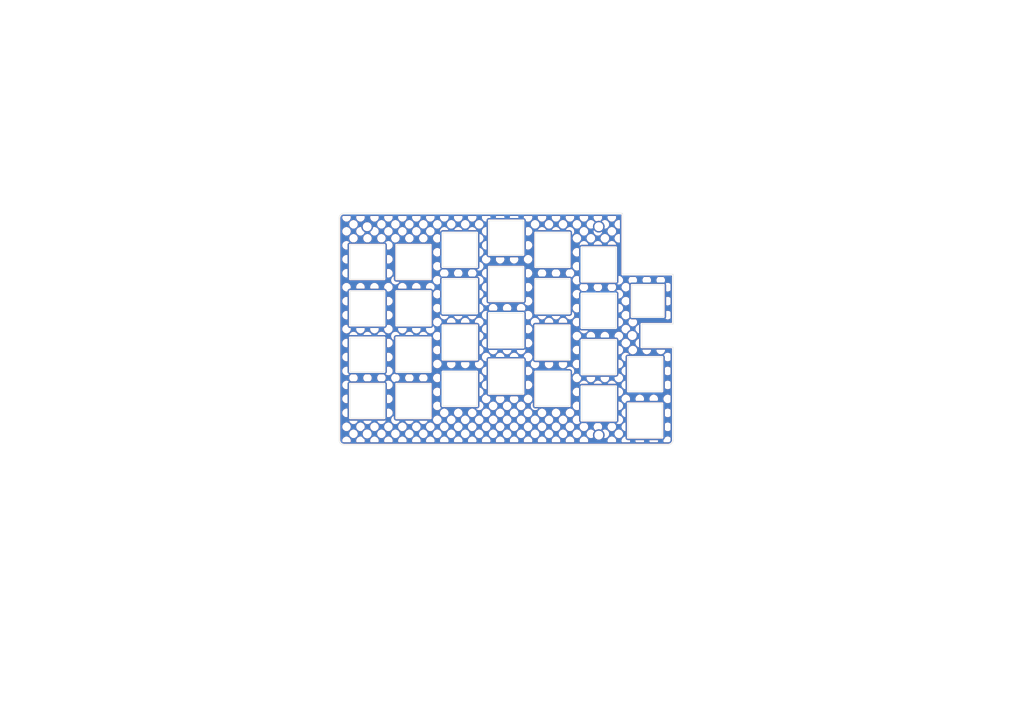
<source format=kicad_pcb>
(kicad_pcb (version 20241229) (generator "pcbnew") (generator_version "9.0")
  (title_block (title "niu_plate") (date "2025-12-14") (rev "v1.0.0") (company "Unknown"))
  (layers (0 "F.Cu" signal) (2 "B.Cu" signal) (13 "F.Paste" user) (15 "B.Paste" user) (5 "F.SilkS" user "F.Silkscreen") (7 "B.SilkS" user "B.Silkscreen") (1 "F.Mask" user) (3 "B.Mask" user) (25 "Edge.Cuts" user))
  (net 0 "")
  (net 1 "GND")
  (footprint "ceoloide:mounting_hole_npth" (layer "F.Cu") (at 150.59 92.97)
    (property "Reference" "MH1" (hide yes))
    (property "Value" "")
    (pad "" np_thru_hole circle (at 0 0) (size 3.2 3.2) (drill 3.2) (layers "*.Cu" "*.Mask"))
  )
  (footprint "ceoloide:mounting_hole_npth" (layer "F.Cu") (at 150.59 177.97)
    (property "Reference" "MH2" (hide yes))
    (property "Value" "")
    (pad "" np_thru_hole circle (at 0 0) (size 3.2 3.2) (drill 3.2) (layers "*.Cu" "*.Mask"))
  )
  (footprint "ceoloide:mounting_hole_npth" (layer "F.Cu") (at 245.59 178.47)
    (property "Reference" "MH3" (hide yes))
    (property "Value" "")
    (pad "" np_thru_hole circle (at 0 0) (size 3.2 3.2) (drill 3.2) (layers "*.Cu" "*.Mask"))
  )
  (footprint "ceoloide:mounting_hole_npth" (layer "F.Cu") (at 259.32 137.61)
    (property "Reference" "MH5" (hide yes))
    (property "Value" "")
    (pad "" np_thru_hole circle (at 0 0) (size 3.2 3.2) (drill 3.2) (layers "*.Cu" "*.Mask"))
  )
  (footprint "ceoloide:mounting_hole_npth" (layer "F.Cu") (at 245.59 92.97)
    (property "Reference" "MH4" (hide yes))
    (property "Value" "")
    (pad "" np_thru_hole circle (at 0 0) (size 3.2 3.2) (drill 3.2) (layers "*.Cu" "*.Mask"))
  )
  (gr_line (start 143.59 171.47) (end 157.59 171.47) (stroke (width 0.15)) (layer "Edge.Cuts"))
  (gr_line (start 276.09 132.91) (end 276.09 112.52) (stroke (width 0.15)) (layer "Edge.Cuts"))
  (gr_line (start 214.59 109.47) (end 200.59 109.47) (stroke (width 0.15)) (layer "Edge.Cuts"))
  (gr_line (start 200.59 142.47) (end 214.59 142.47) (stroke (width 0.15)) (layer "Edge.Cuts"))
  (gr_line (start 214.59 147.47) (end 200.59 147.47) (stroke (width 0.15)) (layer "Edge.Cuts"))
  (gr_line (start 162.59 157.47) (end 162.59 171.47) (stroke (width 0.15)) (layer "Edge.Cuts"))
  (gr_line (start 219.59 133.47) (end 219.59 147.47) (stroke (width 0.15)) (layer "Edge.Cuts"))
  (gr_line (start 271.59 179.47) (end 271.59 165.47) (stroke (width 0.15)) (layer "Edge.Cuts"))
  (gr_line (start 200.59 90.47) (end 200.59 104.47) (stroke (width 0.15)) (layer "Edge.Cuts"))
  (gr_arc (start 141.09 182.47) (mid 139.675786 181.884214) (end 139.09 180.47) (stroke (width 0.15)) (layer "Edge.Cuts"))
  (gr_line (start 252.59 115.47) (end 252.59 101.47) (stroke (width 0.15)) (layer "Edge.Cuts"))
  (gr_line (start 195.59 114.47) (end 181.59 114.47) (stroke (width 0.15)) (layer "Edge.Cuts"))
  (gr_line (start 214.59 104.47) (end 214.59 90.47) (stroke (width 0.15)) (layer "Edge.Cuts"))
  (gr_line (start 176.59 152.47) (end 176.59 138.47) (stroke (width 0.15)) (layer "Edge.Cuts"))
  (gr_line (start 233.59 114.47) (end 219.59 114.47) (stroke (width 0.15)) (layer "Edge.Cuts"))
  (gr_line (start 200.59 128.47) (end 200.59 142.47) (stroke (width 0.15)) (layer "Edge.Cuts"))
  (gr_line (start 219.59 166.47) (end 233.59 166.47) (stroke (width 0.15)) (layer "Edge.Cuts"))
  (gr_line (start 195.59 128.47) (end 195.59 114.47) (stroke (width 0.15)) (layer "Edge.Cuts"))
  (gr_line (start 238.59 153.47) (end 252.59 153.47) (stroke (width 0.15)) (layer "Edge.Cuts"))
  (gr_line (start 157.59 114.47) (end 157.59 100.47) (stroke (width 0.15)) (layer "Edge.Cuts"))
  (gr_line (start 252.59 134.47) (end 252.59 120.47) (stroke (width 0.15)) (layer "Edge.Cuts"))
  (gr_line (start 238.59 101.47) (end 238.59 115.47) (stroke (width 0.15)) (layer "Edge.Cuts"))
  (gr_line (start 162.59 152.47) (end 176.59 152.47) (stroke (width 0.15)) (layer "Edge.Cuts"))
  (gr_line (start 255.32 87.47) (end 255.32 112.52) (stroke (width 0.15)) (layer "Edge.Cuts"))
  (gr_line (start 157.59 157.47) (end 143.59 157.47) (stroke (width 0.15)) (layer "Edge.Cuts"))
  (gr_line (start 271.59 165.47) (end 257.59 165.47) (stroke (width 0.15)) (layer "Edge.Cuts"))
  (gr_line (start 195.59 152.47) (end 181.59 152.47) (stroke (width 0.15)) (layer "Edge.Cuts"))
  (gr_line (start 143.59 157.47) (end 143.59 171.47) (stroke (width 0.15)) (layer "Edge.Cuts"))
  (gr_line (start 157.59 138.47) (end 143.59 138.47) (stroke (width 0.15)) (layer "Edge.Cuts"))
  (gr_line (start 195.59 95.47) (end 181.59 95.47) (stroke (width 0.15)) (layer "Edge.Cuts"))
  (gr_line (start 200.59 109.47) (end 200.59 123.47) (stroke (width 0.15)) (layer "Edge.Cuts"))
  (gr_line (start 157.59 133.47) (end 157.59 119.47) (stroke (width 0.15)) (layer "Edge.Cuts"))
  (gr_line (start 257.59 179.47) (end 271.59 179.47) (stroke (width 0.15)) (layer "Edge.Cuts"))
  (gr_line (start 181.59 114.47) (end 181.59 128.47) (stroke (width 0.15)) (layer "Edge.Cuts"))
  (gr_line (start 219.59 95.47) (end 219.59 109.47) (stroke (width 0.15)) (layer "Edge.Cuts"))
  (gr_line (start 233.59 166.47) (end 233.59 152.47) (stroke (width 0.15)) (layer "Edge.Cuts"))
  (gr_line (start 257.59 146.47) (end 257.59 160.47) (stroke (width 0.15)) (layer "Edge.Cuts"))
  (gr_line (start 219.59 147.47) (end 233.59 147.47) (stroke (width 0.15)) (layer "Edge.Cuts"))
  (gr_line (start 139.09 89.47) (end 139.09 180.47) (stroke (width 0.15)) (layer "Edge.Cuts"))
  (gr_line (start 181.59 133.47) (end 181.59 147.47) (stroke (width 0.15)) (layer "Edge.Cuts"))
  (gr_line (start 276.09 132.91) (end 263.17 132.91) (stroke (width 0.15)) (layer "Edge.Cuts"))
  (gr_line (start 252.59 101.47) (end 238.59 101.47) (stroke (width 0.15)) (layer "Edge.Cuts"))
  (gr_line (start 219.59 109.47) (end 233.59 109.47) (stroke (width 0.15)) (layer "Edge.Cuts"))
  (gr_line (start 271.59 160.47) (end 271.59 146.47) (stroke (width 0.15)) (layer "Edge.Cuts"))
  (gr_line (start 263.17 132.91) (end 263.17 142.35) (stroke (width 0.15)) (layer "Edge.Cuts"))
  (gr_line (start 263.17 142.35) (end 276.09 142.35) (stroke (width 0.15)) (layer "Edge.Cuts"))
  (gr_line (start 214.59 161.47) (end 214.59 147.47) (stroke (width 0.15)) (layer "Edge.Cuts"))
  (gr_line (start 176.59 157.47) (end 162.59 157.47) (stroke (width 0.15)) (layer "Edge.Cuts"))
  (gr_line (start 252.59 158.47) (end 238.59 158.47) (stroke (width 0.15)) (layer "Edge.Cuts"))
  (gr_line (start 143.59 133.47) (end 157.59 133.47) (stroke (width 0.15)) (layer "Edge.Cuts"))
  (gr_line (start 238.59 120.47) (end 238.59 134.47) (stroke (width 0.15)) (layer "Edge.Cuts"))
  (gr_line (start 252.59 120.47) (end 238.59 120.47) (stroke (width 0.15)) (layer "Edge.Cuts"))
  (gr_line (start 200.59 123.47) (end 214.59 123.47) (stroke (width 0.15)) (layer "Edge.Cuts"))
  (gr_line (start 162.59 100.47) (end 162.59 114.47) (stroke (width 0.15)) (layer "Edge.Cuts"))
  (gr_line (start 200.59 161.47) (end 214.59 161.47) (stroke (width 0.15)) (layer "Edge.Cuts"))
  (gr_line (start 219.59 128.47) (end 233.59 128.47) (stroke (width 0.15)) (layer "Edge.Cuts"))
  (gr_line (start 181.59 166.47) (end 195.59 166.47) (stroke (width 0.15)) (layer "Edge.Cuts"))
  (gr_line (start 143.59 138.47) (end 143.59 152.47) (stroke (width 0.15)) (layer "Edge.Cuts"))
  (gr_line (start 181.59 147.47) (end 195.59 147.47) (stroke (width 0.15)) (layer "Edge.Cuts"))
  (gr_line (start 257.59 160.47) (end 271.59 160.47) (stroke (width 0.15)) (layer "Edge.Cuts"))
  (gr_line (start 195.59 166.47) (end 195.59 152.47) (stroke (width 0.15)) (layer "Edge.Cuts"))
  (gr_line (start 195.59 147.47) (end 195.59 133.47) (stroke (width 0.15)) (layer "Edge.Cuts"))
  (gr_arc (start 276.09 180.47) (mid 275.504214 181.884214) (end 274.09 182.47) (stroke (width 0.15)) (layer "Edge.Cuts"))
  (gr_line (start 162.59 119.47) (end 162.59 133.47) (stroke (width 0.15)) (layer "Edge.Cuts"))
  (gr_line (start 233.59 152.47) (end 219.59 152.47) (stroke (width 0.15)) (layer "Edge.Cuts"))
  (gr_line (start 157.59 100.47) (end 143.59 100.47) (stroke (width 0.15)) (layer "Edge.Cuts"))
  (gr_line (start 259.16 129.91) (end 272.16 129.91) (stroke (width 0.15)) (layer "Edge.Cuts"))
  (gr_line (start 176.59 114.47) (end 176.59 100.47) (stroke (width 0.15)) (layer "Edge.Cuts"))
  (gr_line (start 219.59 114.47) (end 219.59 128.47) (stroke (width 0.15)) (layer "Edge.Cuts"))
  (gr_line (start 143.59 152.47) (end 157.59 152.47) (stroke (width 0.15)) (layer "Edge.Cuts"))
  (gr_line (start 238.59 139.47) (end 238.59 153.47) (stroke (width 0.15)) (layer "Edge.Cuts"))
  (gr_line (start 233.59 147.47) (end 233.59 133.47) (stroke (width 0.15)) (layer "Edge.Cuts"))
  (gr_line (start 233.59 128.47) (end 233.59 114.47) (stroke (width 0.15)) (layer "Edge.Cuts"))
  (gr_line (start 276.09 180.47) (end 276.09 142.35) (stroke (width 0.15)) (layer "Edge.Cuts"))
  (gr_line (start 200.59 147.47) (end 200.59 161.47) (stroke (width 0.15)) (layer "Edge.Cuts"))
  (gr_line (start 214.59 128.47) (end 200.59 128.47) (stroke (width 0.15)) (layer "Edge.Cuts"))
  (gr_line (start 162.59 114.47) (end 176.59 114.47) (stroke (width 0.15)) (layer "Edge.Cuts"))
  (gr_line (start 181.59 95.47) (end 181.59 109.47) (stroke (width 0.15)) (layer "Edge.Cuts"))
  (gr_line (start 162.59 133.47) (end 176.59 133.47) (stroke (width 0.15)) (layer "Edge.Cuts"))
  (gr_line (start 181.59 128.47) (end 195.59 128.47) (stroke (width 0.15)) (layer "Edge.Cuts"))
  (gr_line (start 200.59 104.47) (end 214.59 104.47) (stroke (width 0.15)) (layer "Edge.Cuts"))
  (gr_line (start 271.59 146.47) (end 257.59 146.47) (stroke (width 0.15)) (layer "Edge.Cuts"))
  (gr_line (start 238.59 158.47) (end 238.59 172.47) (stroke (width 0.15)) (layer "Edge.Cuts"))
  (gr_line (start 176.59 100.47) (end 162.59 100.47) (stroke (width 0.15)) (layer "Edge.Cuts"))
  (gr_line (start 233.59 95.47) (end 219.59 95.47) (stroke (width 0.15)) (layer "Edge.Cuts"))
  (gr_line (start 233.59 133.47) (end 219.59 133.47) (stroke (width 0.15)) (layer "Edge.Cuts"))
  (gr_line (start 162.59 138.47) (end 162.59 152.47) (stroke (width 0.15)) (layer "Edge.Cuts"))
  (gr_line (start 214.59 123.47) (end 214.59 109.47) (stroke (width 0.15)) (layer "Edge.Cuts"))
  (gr_line (start 219.59 152.47) (end 219.59 166.47) (stroke (width 0.15)) (layer "Edge.Cuts"))
  (gr_line (start 176.59 138.47) (end 162.59 138.47) (stroke (width 0.15)) (layer "Edge.Cuts"))
  (gr_line (start 141.09 182.47) (end 274.09 182.47) (stroke (width 0.15)) (layer "Edge.Cuts"))
  (gr_line (start 257.59 165.47) (end 257.59 179.47) (stroke (width 0.15)) (layer "Edge.Cuts"))
  (gr_line (start 181.59 152.47) (end 181.59 166.47) (stroke (width 0.15)) (layer "Edge.Cuts"))
  (gr_line (start 272.16 129.91) (end 272.16 116.91) (stroke (width 0.15)) (layer "Edge.Cuts"))
  (gr_line (start 176.59 171.47) (end 176.59 157.47) (stroke (width 0.15)) (layer "Edge.Cuts"))
  (gr_line (start 272.16 116.91) (end 259.16 116.91) (stroke (width 0.15)) (layer "Edge.Cuts"))
  (gr_line (start 195.59 133.47) (end 181.59 133.47) (stroke (width 0.15)) (layer "Edge.Cuts"))
  (gr_line (start 176.59 133.47) (end 176.59 119.47) (stroke (width 0.15)) (layer "Edge.Cuts"))
  (gr_line (start 214.59 90.47) (end 200.59 90.47) (stroke (width 0.15)) (layer "Edge.Cuts"))
  (gr_line (start 252.59 153.47) (end 252.59 139.47) (stroke (width 0.15)) (layer "Edge.Cuts"))
  (gr_line (start 238.59 172.47) (end 252.59 172.47) (stroke (width 0.15)) (layer "Edge.Cuts"))
  (gr_line (start 143.59 100.47) (end 143.59 114.47) (stroke (width 0.15)) (layer "Edge.Cuts"))
  (gr_line (start 252.59 172.47) (end 252.59 158.47) (stroke (width 0.15)) (layer "Edge.Cuts"))
  (gr_line (start 195.59 109.47) (end 195.59 95.47) (stroke (width 0.15)) (layer "Edge.Cuts"))
  (gr_line (start 143.59 119.47) (end 143.59 133.47) (stroke (width 0.15)) (layer "Edge.Cuts"))
  (gr_line (start 255.32 112.52) (end 276.09 112.52) (stroke (width 0.15)) (layer "Edge.Cuts"))
  (gr_line (start 252.59 139.47) (end 238.59 139.47) (stroke (width 0.15)) (layer "Edge.Cuts"))
  (gr_line (start 157.59 171.47) (end 157.59 157.47) (stroke (width 0.15)) (layer "Edge.Cuts"))
  (gr_line (start 255.32 87.47) (end 141.09 87.47) (stroke (width 0.15)) (layer "Edge.Cuts"))
  (gr_line (start 143.59 114.47) (end 157.59 114.47) (stroke (width 0.15)) (layer "Edge.Cuts"))
  (gr_line (start 238.59 134.47) (end 252.59 134.47) (stroke (width 0.15)) (layer "Edge.Cuts"))
  (gr_line (start 259.16 116.91) (end 259.16 129.91) (stroke (width 0.15)) (layer "Edge.Cuts"))
  (gr_line (start 233.59 109.47) (end 233.59 95.47) (stroke (width 0.15)) (layer "Edge.Cuts"))
  (gr_line (start 214.59 142.47) (end 214.59 128.47) (stroke (width 0.15)) (layer "Edge.Cuts"))
  (gr_line (start 157.59 119.47) (end 143.59 119.47) (stroke (width 0.15)) (layer "Edge.Cuts"))
  (gr_arc (start 139.09 89.47) (mid 139.675786 88.055786) (end 141.09 87.47) (stroke (width 0.15)) (layer "Edge.Cuts"))
  (gr_line (start 181.59 109.47) (end 195.59 109.47) (stroke (width 0.15)) (layer "Edge.Cuts"))
  (gr_line (start 162.59 171.47) (end 176.59 171.47) (stroke (width 0.15)) (layer "Edge.Cuts"))
  (gr_line (start 238.59 115.47) (end 252.59 115.47) (stroke (width 0.15)) (layer "Edge.Cuts"))
  (gr_line (start 157.59 152.47) (end 157.59 138.47) (stroke (width 0.15)) (layer "Edge.Cuts"))
  (gr_line (start 176.59 119.47) (end 162.59 119.47) (stroke (width 0.15)) (layer "Edge.Cuts"))
  (zone (net 1) (net_name "GND") (layers "F.Cu" "B.Cu") (connect_pads (clearance 0.508)) (min_thickness 0.25) (fill yes (mode hatch) (thermal_gap 0.5) (thermal_bridge_width 0.5) (smoothing chamfer) (radius 0.5) (island_removal_mode 1) (island_area_min 5) (hatch_thickness 0.55) (hatch_gap 3.5) (hatch_orientation 45) (hatch_smoothing_level 3) (hatch_smoothing_value 1) (hatch_border_algorithm hatch_thickness) (hatch_min_hole_area 0.3))
    (polygon (pts (xy 0 0) (xy 420 0) (xy 420 297) (xy 0 297)))
  )
)
</source>
